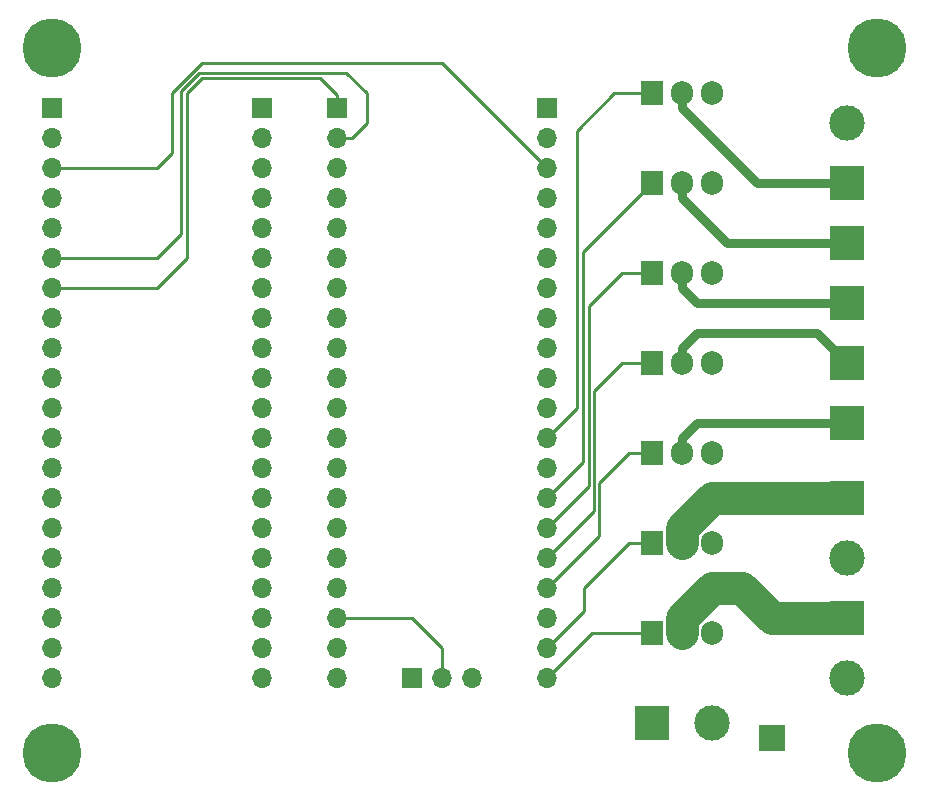
<source format=gbr>
%TF.GenerationSoftware,KiCad,Pcbnew,(5.1.10)-1*%
%TF.CreationDate,2022-01-11T17:35:31-08:00*%
%TF.ProjectId,science_cake_mosfets_2,73636965-6e63-4655-9f63-616b655f6d6f,rev?*%
%TF.SameCoordinates,Original*%
%TF.FileFunction,Copper,L2,Bot*%
%TF.FilePolarity,Positive*%
%FSLAX46Y46*%
G04 Gerber Fmt 4.6, Leading zero omitted, Abs format (unit mm)*
G04 Created by KiCad (PCBNEW (5.1.10)-1) date 2022-01-11 17:35:31*
%MOMM*%
%LPD*%
G01*
G04 APERTURE LIST*
%TA.AperFunction,ComponentPad*%
%ADD10O,1.905000X2.000000*%
%TD*%
%TA.AperFunction,ComponentPad*%
%ADD11R,1.905000X2.000000*%
%TD*%
%TA.AperFunction,ComponentPad*%
%ADD12R,1.700000X1.700000*%
%TD*%
%TA.AperFunction,ComponentPad*%
%ADD13O,1.700000X1.700000*%
%TD*%
%TA.AperFunction,ComponentPad*%
%ADD14R,3.000000X3.000000*%
%TD*%
%TA.AperFunction,ComponentPad*%
%ADD15C,3.000000*%
%TD*%
%TA.AperFunction,ComponentPad*%
%ADD16R,2.200000X2.200000*%
%TD*%
%TA.AperFunction,ComponentPad*%
%ADD17O,2.200000X2.200000*%
%TD*%
%TA.AperFunction,ViaPad*%
%ADD18C,5.000000*%
%TD*%
%TA.AperFunction,Conductor*%
%ADD19C,2.790000*%
%TD*%
%TA.AperFunction,Conductor*%
%ADD20C,2.760000*%
%TD*%
%TA.AperFunction,Conductor*%
%ADD21C,0.250000*%
%TD*%
%TA.AperFunction,Conductor*%
%ADD22C,0.760000*%
%TD*%
G04 APERTURE END LIST*
D10*
%TO.P,Q5,3*%
%TO.N,COM*%
X148590000Y-100330000D03*
%TO.P,Q5,2*%
%TO.N,D_PUMP_C*%
X146050000Y-100330000D03*
D11*
%TO.P,Q5,1*%
%TO.N,G_PUMP_C*%
X143510000Y-100330000D03*
%TD*%
D12*
%TO.P,J3,1*%
%TO.N,RX*%
X116840000Y-86360000D03*
D13*
%TO.P,J3,2*%
%TO.N,TX*%
X116840000Y-88900000D03*
%TO.P,J3,3*%
%TO.N,Net-(J3-Pad3)*%
X116840000Y-91440000D03*
%TO.P,J3,4*%
%TO.N,Net-(J3-Pad4)*%
X116840000Y-93980000D03*
%TO.P,J3,5*%
%TO.N,Net-(J3-Pad5)*%
X116840000Y-96520000D03*
%TO.P,J3,6*%
%TO.N,Net-(J3-Pad6)*%
X116840000Y-99060000D03*
%TO.P,J3,7*%
%TO.N,Net-(J3-Pad7)*%
X116840000Y-101600000D03*
%TO.P,J3,8*%
%TO.N,Net-(J3-Pad8)*%
X116840000Y-104140000D03*
%TO.P,J3,9*%
%TO.N,Net-(J3-Pad9)*%
X116840000Y-106680000D03*
%TO.P,J3,10*%
%TO.N,Net-(J3-Pad10)*%
X116840000Y-109220000D03*
%TO.P,J3,11*%
%TO.N,Net-(J3-Pad11)*%
X116840000Y-111760000D03*
%TO.P,J3,12*%
%TO.N,Net-(J3-Pad12)*%
X116840000Y-114300000D03*
%TO.P,J3,13*%
%TO.N,Net-(J3-Pad13)*%
X116840000Y-116840000D03*
%TO.P,J3,14*%
%TO.N,Net-(J3-Pad14)*%
X116840000Y-119380000D03*
%TO.P,J3,15*%
%TO.N,Net-(J3-Pad15)*%
X116840000Y-121920000D03*
%TO.P,J3,16*%
%TO.N,Net-(J3-Pad16)*%
X116840000Y-124460000D03*
%TO.P,J3,17*%
%TO.N,Net-(J3-Pad17)*%
X116840000Y-127000000D03*
%TO.P,J3,18*%
%TO.N,COM*%
X116840000Y-129540000D03*
%TO.P,J3,19*%
%TO.N,Net-(J3-Pad19)*%
X116840000Y-132080000D03*
%TO.P,J3,20*%
%TO.N,Net-(J3-Pad20)*%
X116840000Y-134620000D03*
%TD*%
%TO.P,J2,20*%
%TO.N,Net-(J2-Pad20)*%
X110490000Y-134620000D03*
%TO.P,J2,19*%
%TO.N,Net-(J2-Pad19)*%
X110490000Y-132080000D03*
%TO.P,J2,18*%
%TO.N,Net-(J2-Pad18)*%
X110490000Y-129540000D03*
%TO.P,J2,17*%
%TO.N,Net-(J2-Pad17)*%
X110490000Y-127000000D03*
%TO.P,J2,16*%
%TO.N,Net-(J2-Pad16)*%
X110490000Y-124460000D03*
%TO.P,J2,15*%
%TO.N,Net-(J2-Pad15)*%
X110490000Y-121920000D03*
%TO.P,J2,14*%
%TO.N,Net-(J2-Pad14)*%
X110490000Y-119380000D03*
%TO.P,J2,13*%
%TO.N,Net-(J2-Pad13)*%
X110490000Y-116840000D03*
%TO.P,J2,12*%
%TO.N,Net-(J2-Pad12)*%
X110490000Y-114300000D03*
%TO.P,J2,11*%
%TO.N,Net-(J2-Pad11)*%
X110490000Y-111760000D03*
%TO.P,J2,10*%
%TO.N,Net-(J2-Pad10)*%
X110490000Y-109220000D03*
%TO.P,J2,9*%
%TO.N,Net-(J2-Pad9)*%
X110490000Y-106680000D03*
%TO.P,J2,8*%
%TO.N,Net-(J2-Pad8)*%
X110490000Y-104140000D03*
%TO.P,J2,7*%
%TO.N,Net-(J2-Pad7)*%
X110490000Y-101600000D03*
%TO.P,J2,6*%
%TO.N,Net-(J2-Pad6)*%
X110490000Y-99060000D03*
%TO.P,J2,5*%
%TO.N,Net-(J2-Pad5)*%
X110490000Y-96520000D03*
%TO.P,J2,4*%
%TO.N,Net-(J2-Pad4)*%
X110490000Y-93980000D03*
%TO.P,J2,3*%
%TO.N,Net-(J2-Pad3)*%
X110490000Y-91440000D03*
%TO.P,J2,2*%
%TO.N,Net-(J2-Pad2)*%
X110490000Y-88900000D03*
D12*
%TO.P,J2,1*%
%TO.N,VBUS*%
X110490000Y-86360000D03*
%TD*%
D11*
%TO.P,Q6,1*%
%TO.N,G_PUMP_D*%
X143510000Y-107950000D03*
D10*
%TO.P,Q6,2*%
%TO.N,D_PUMP_D*%
X146050000Y-107950000D03*
%TO.P,Q6,3*%
%TO.N,COM*%
X148590000Y-107950000D03*
%TD*%
D14*
%TO.P,J7,2*%
%TO.N,D_PUMP_D*%
X160020000Y-107950000D03*
%TO.P,J7,3*%
%TO.N,D_PUMP_C*%
X160020000Y-102870000D03*
%TO.P,J7,1*%
%TO.N,D_PUMP_E*%
X160020000Y-113030000D03*
%TO.P,J7,4*%
%TO.N,D_PUMP_B*%
X160020000Y-97790000D03*
%TO.P,J7,5*%
%TO.N,D_PUMP_A*%
X160020000Y-92710000D03*
D15*
%TO.P,J7,6*%
%TO.N,PUMPS_12V*%
X160020000Y-87630000D03*
%TD*%
D16*
%TO.P,D1,1*%
%TO.N,PUMPS_12V*%
X153670000Y-139700000D03*
D17*
%TO.P,D1,2*%
%TO.N,D_WATER*%
X153670000Y-129540000D03*
%TD*%
D13*
%TO.P,J1,20*%
%TO.N,Net-(J1-Pad20)*%
X92710000Y-134620000D03*
%TO.P,J1,19*%
%TO.N,Net-(J1-Pad19)*%
X92710000Y-132080000D03*
%TO.P,J1,18*%
%TO.N,Net-(J1-Pad18)*%
X92710000Y-129540000D03*
%TO.P,J1,17*%
%TO.N,Net-(J1-Pad17)*%
X92710000Y-127000000D03*
%TO.P,J1,16*%
%TO.N,Net-(J1-Pad16)*%
X92710000Y-124460000D03*
%TO.P,J1,15*%
%TO.N,Net-(J1-Pad15)*%
X92710000Y-121920000D03*
%TO.P,J1,14*%
%TO.N,Net-(J1-Pad14)*%
X92710000Y-119380000D03*
%TO.P,J1,13*%
%TO.N,Net-(J1-Pad13)*%
X92710000Y-116840000D03*
%TO.P,J1,12*%
%TO.N,Net-(J1-Pad12)*%
X92710000Y-114300000D03*
%TO.P,J1,11*%
%TO.N,Net-(J1-Pad11)*%
X92710000Y-111760000D03*
%TO.P,J1,10*%
%TO.N,Net-(J1-Pad10)*%
X92710000Y-109220000D03*
%TO.P,J1,9*%
%TO.N,Net-(J1-Pad9)*%
X92710000Y-106680000D03*
%TO.P,J1,8*%
%TO.N,Net-(J1-Pad8)*%
X92710000Y-104140000D03*
%TO.P,J1,7*%
%TO.N,RX*%
X92710000Y-101600000D03*
%TO.P,J1,6*%
%TO.N,TX*%
X92710000Y-99060000D03*
%TO.P,J1,5*%
%TO.N,SWDIO*%
X92710000Y-96520000D03*
%TO.P,J1,4*%
%TO.N,SWCLK*%
X92710000Y-93980000D03*
%TO.P,J1,3*%
%TO.N,COM*%
X92710000Y-91440000D03*
%TO.P,J1,2*%
%TO.N,Net-(J1-Pad2)*%
X92710000Y-88900000D03*
D12*
%TO.P,J1,1*%
%TO.N,Net-(J1-Pad1)*%
X92710000Y-86360000D03*
%TD*%
%TO.P,J4,1*%
%TO.N,SWCLK*%
X123190000Y-134620000D03*
D13*
%TO.P,J4,2*%
%TO.N,COM*%
X125730000Y-134620000D03*
%TO.P,J4,3*%
%TO.N,SWDIO*%
X128270000Y-134620000D03*
%TD*%
D12*
%TO.P,J5,1*%
%TO.N,VBUS*%
X134620000Y-86360000D03*
D13*
%TO.P,J5,2*%
%TO.N,Net-(J5-Pad2)*%
X134620000Y-88900000D03*
%TO.P,J5,3*%
%TO.N,COM*%
X134620000Y-91440000D03*
%TO.P,J5,4*%
%TO.N,Net-(J5-Pad4)*%
X134620000Y-93980000D03*
%TO.P,J5,5*%
%TO.N,Net-(J5-Pad5)*%
X134620000Y-96520000D03*
%TO.P,J5,6*%
%TO.N,Net-(J5-Pad6)*%
X134620000Y-99060000D03*
%TO.P,J5,7*%
%TO.N,Net-(J5-Pad7)*%
X134620000Y-101600000D03*
%TO.P,J5,8*%
%TO.N,Net-(J5-Pad8)*%
X134620000Y-104140000D03*
%TO.P,J5,9*%
%TO.N,Net-(J5-Pad9)*%
X134620000Y-106680000D03*
%TO.P,J5,10*%
%TO.N,Net-(J5-Pad10)*%
X134620000Y-109220000D03*
%TO.P,J5,11*%
%TO.N,Net-(J5-Pad11)*%
X134620000Y-111760000D03*
%TO.P,J5,12*%
%TO.N,G_PUMP_A*%
X134620000Y-114300000D03*
%TO.P,J5,13*%
%TO.N,Net-(J5-Pad13)*%
X134620000Y-116840000D03*
%TO.P,J5,14*%
%TO.N,G_PUMP_B*%
X134620000Y-119380000D03*
%TO.P,J5,15*%
%TO.N,G_PUMP_C*%
X134620000Y-121920000D03*
%TO.P,J5,16*%
%TO.N,G_PUMP_D*%
X134620000Y-124460000D03*
%TO.P,J5,17*%
%TO.N,G_PUMP_E*%
X134620000Y-127000000D03*
%TO.P,J5,18*%
%TO.N,COM*%
X134620000Y-129540000D03*
%TO.P,J5,19*%
%TO.N,G_VACUUM*%
X134620000Y-132080000D03*
%TO.P,J5,20*%
%TO.N,G_WATER*%
X134620000Y-134620000D03*
%TD*%
D14*
%TO.P,J6,1*%
%TO.N,COM*%
X143510000Y-138430000D03*
D15*
%TO.P,J6,2*%
%TO.N,PUMPS_12V*%
X148590000Y-138430000D03*
%TD*%
D14*
%TO.P,J8,2*%
%TO.N,D_WATER*%
X160020000Y-129540000D03*
D15*
%TO.P,J8,3*%
%TO.N,PUMPS_12V*%
X160020000Y-124460000D03*
%TO.P,J8,1*%
X160020000Y-134620000D03*
D14*
%TO.P,J8,4*%
%TO.N,D_VACUUM*%
X160020000Y-119380000D03*
%TD*%
D11*
%TO.P,Q1,1*%
%TO.N,G_WATER*%
X143510000Y-130810000D03*
D10*
%TO.P,Q1,2*%
%TO.N,D_WATER*%
X146050000Y-130810000D03*
%TO.P,Q1,3*%
%TO.N,COM*%
X148590000Y-130810000D03*
%TD*%
%TO.P,Q2,3*%
%TO.N,COM*%
X148590000Y-85090000D03*
%TO.P,Q2,2*%
%TO.N,D_PUMP_A*%
X146050000Y-85090000D03*
D11*
%TO.P,Q2,1*%
%TO.N,G_PUMP_A*%
X143510000Y-85090000D03*
%TD*%
%TO.P,Q3,1*%
%TO.N,G_PUMP_B*%
X143510000Y-92710000D03*
D10*
%TO.P,Q3,2*%
%TO.N,D_PUMP_B*%
X146050000Y-92710000D03*
%TO.P,Q3,3*%
%TO.N,COM*%
X148590000Y-92710000D03*
%TD*%
D11*
%TO.P,Q4,1*%
%TO.N,G_VACUUM*%
X143510000Y-123190000D03*
D10*
%TO.P,Q4,2*%
%TO.N,D_VACUUM*%
X146050000Y-123190000D03*
%TO.P,Q4,3*%
%TO.N,COM*%
X148590000Y-123190000D03*
%TD*%
%TO.P,Q7,3*%
%TO.N,COM*%
X148590000Y-115570000D03*
%TO.P,Q7,2*%
%TO.N,D_PUMP_E*%
X146050000Y-115570000D03*
D11*
%TO.P,Q7,1*%
%TO.N,G_PUMP_E*%
X143510000Y-115570000D03*
%TD*%
D18*
%TO.N,*%
X162560000Y-140970000D03*
X92710000Y-140970000D03*
X92710000Y-81280000D03*
X162560000Y-81280000D03*
%TD*%
D19*
%TO.N,D_WATER*%
X160020000Y-129540000D02*
X153670000Y-129540000D01*
D20*
X146050000Y-130810000D02*
X146050000Y-129540000D01*
D19*
X151130000Y-127000000D02*
X153670000Y-129540000D01*
X148590000Y-127000000D02*
X151130000Y-127000000D01*
D20*
X146050000Y-129540000D02*
X148590000Y-127000000D01*
D21*
%TO.N,COM*%
X125730000Y-132080000D02*
X125730000Y-134620000D01*
X123190000Y-129540000D02*
X125730000Y-132080000D01*
X92710000Y-91440000D02*
X101600000Y-91440000D01*
X101600000Y-91440000D02*
X102870000Y-90170000D01*
X102870000Y-85087180D02*
X105407180Y-82550000D01*
X102870000Y-90170000D02*
X102870000Y-85087180D01*
X125730000Y-82550000D02*
X134620000Y-91440000D01*
X105407180Y-82550000D02*
X125730000Y-82550000D01*
X116840000Y-129540000D02*
X123190000Y-129540000D01*
%TO.N,RX*%
X92710000Y-101600000D02*
X101600000Y-101600000D01*
X101600000Y-101600000D02*
X104140000Y-99060000D01*
X104140000Y-99060000D02*
X104140000Y-85090000D01*
X104140000Y-85090000D02*
X105410000Y-83820000D01*
X116840000Y-85260000D02*
X116840000Y-86360000D01*
X115400000Y-83820000D02*
X116840000Y-85260000D01*
X105410000Y-83820000D02*
X115400000Y-83820000D01*
%TO.N,TX*%
X118110000Y-88900000D02*
X116840000Y-88900000D01*
X119380000Y-87630000D02*
X118110000Y-88900000D01*
X117659990Y-83369990D02*
X119380000Y-85090000D01*
X105223600Y-83369990D02*
X117659990Y-83369990D01*
X103689991Y-84903599D02*
X105223600Y-83369990D01*
X103689990Y-96970010D02*
X103689991Y-84903599D01*
X101600000Y-99060000D02*
X103689990Y-96970010D01*
X119380000Y-85090000D02*
X119380000Y-87630000D01*
X92710000Y-99060000D02*
X101600000Y-99060000D01*
%TO.N,G_PUMP_A*%
X143510000Y-85090000D02*
X140335000Y-85090000D01*
X140335000Y-85090000D02*
X137160000Y-88265000D01*
X137160000Y-88265000D02*
X137160000Y-111760000D01*
X137160000Y-111760000D02*
X134620000Y-114300000D01*
%TO.N,G_PUMP_B*%
X137714970Y-116285030D02*
X134620000Y-119380000D01*
X137714970Y-98505030D02*
X137714970Y-116285030D01*
X143510000Y-92710000D02*
X137714970Y-98505030D01*
%TO.N,G_PUMP_C*%
X143510000Y-100330000D02*
X140970000Y-100330000D01*
X140970000Y-100330000D02*
X138164980Y-103135020D01*
X138164980Y-118375020D02*
X134620000Y-121920000D01*
X138164980Y-103135020D02*
X138164980Y-118375020D01*
%TO.N,G_PUMP_D*%
X138614990Y-120465010D02*
X134620000Y-124460000D01*
X138614990Y-110305010D02*
X138614990Y-120465010D01*
X140970000Y-107950000D02*
X138614990Y-110305010D01*
X143510000Y-107950000D02*
X140970000Y-107950000D01*
%TO.N,G_PUMP_E*%
X143510000Y-115570000D02*
X141605000Y-115570000D01*
X141605000Y-115570000D02*
X139065000Y-118110000D01*
X139065000Y-122555000D02*
X134620000Y-127000000D01*
X139065000Y-118110000D02*
X139065000Y-122555000D01*
%TO.N,G_WATER*%
X138430000Y-130810000D02*
X134620000Y-134620000D01*
X143510000Y-130810000D02*
X138430000Y-130810000D01*
%TO.N,G_VACUUM*%
X143510000Y-123190000D02*
X141605000Y-123190000D01*
X141605000Y-123190000D02*
X137795000Y-127000000D01*
X137795000Y-128905000D02*
X134620000Y-132080000D01*
X137795000Y-127000000D02*
X137795000Y-128905000D01*
%TO.N,D_PUMP_D*%
X158750000Y-107950000D02*
X160020000Y-107950000D01*
D22*
X146050000Y-107950000D02*
X146050000Y-106680000D01*
X146050000Y-106680000D02*
X147320000Y-105410000D01*
X157480000Y-105410000D02*
X160020000Y-107950000D01*
X147320000Y-105410000D02*
X157480000Y-105410000D01*
%TO.N,D_PUMP_C*%
X146050000Y-100330000D02*
X146050000Y-101600000D01*
X147320000Y-102870000D02*
X160020000Y-102870000D01*
X146050000Y-101600000D02*
X147320000Y-102870000D01*
%TO.N,D_PUMP_E*%
X147320000Y-113030000D02*
X160020000Y-113030000D01*
X146050000Y-114300000D02*
X147320000Y-113030000D01*
X146050000Y-115570000D02*
X146050000Y-114300000D01*
%TO.N,D_PUMP_B*%
X146050000Y-92710000D02*
X146050000Y-93980000D01*
X149860000Y-97790000D02*
X160020000Y-97790000D01*
X146050000Y-93980000D02*
X149860000Y-97790000D01*
%TO.N,D_PUMP_A*%
X146050000Y-85090000D02*
X146050000Y-86360000D01*
X152400000Y-92710000D02*
X160020000Y-92710000D01*
X146050000Y-86360000D02*
X152400000Y-92710000D01*
D20*
%TO.N,D_VACUUM*%
X146050000Y-121920000D02*
X148590000Y-119380000D01*
D19*
X148590000Y-119380000D02*
X160020000Y-119380000D01*
D20*
X146050000Y-123190000D02*
X146050000Y-121920000D01*
%TD*%
M02*

</source>
